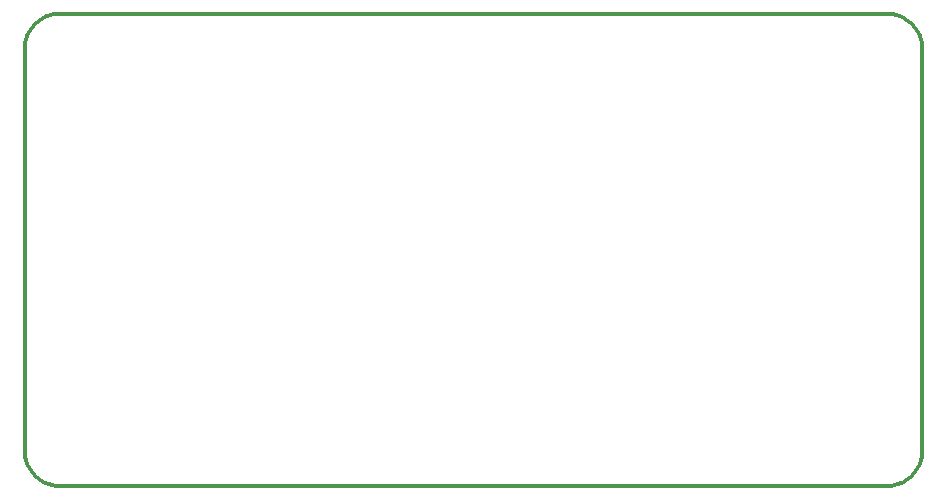
<source format=gm1>
G04 #@! TF.GenerationSoftware,KiCad,Pcbnew,6.0.2+dfsg-1*
G04 #@! TF.CreationDate,2023-06-09T11:08:57-07:00*
G04 #@! TF.ProjectId,DNS-DriveBy,444e532d-4472-4697-9665-42792e6b6963,rev?*
G04 #@! TF.SameCoordinates,Original*
G04 #@! TF.FileFunction,Profile,NP*
%FSLAX46Y46*%
G04 Gerber Fmt 4.6, Leading zero omitted, Abs format (unit mm)*
G04 Created by KiCad (PCBNEW 6.0.2+dfsg-1) date 2023-06-09 11:08:57*
%MOMM*%
%LPD*%
G01*
G04 APERTURE LIST*
G04 #@! TA.AperFunction,Profile*
%ADD10C,0.349999*%
G04 #@! TD*
G04 APERTURE END LIST*
D10*
X2095598Y-1264035D02*
X2219729Y-1185584D01*
X73759987Y-40760002D02*
X73759987Y-40760002D01*
X74491241Y-850477D02*
X74632496Y-889676D01*
X76171316Y-39544818D02*
X76080595Y-39661274D01*
X3028747Y-40669525D02*
X2887493Y-40630327D01*
X763685Y-3611239D02*
X774678Y-3463487D01*
X76406568Y-2347328D02*
X76472342Y-2478150D01*
X76701810Y-38348005D02*
X76669510Y-38491252D01*
X3759998Y-760000D02*
X3759998Y-760000D01*
X1348672Y-39544818D02*
X1264034Y-39424401D01*
X75424392Y-1264035D02*
X75544808Y-1348673D01*
X792875Y-38203010D02*
X774678Y-38056514D01*
X74771511Y-40584331D02*
X74632496Y-40630327D01*
X73908749Y-40756315D02*
X73759987Y-40760002D01*
X2611949Y-40531641D02*
X2478150Y-40472357D01*
X76255953Y-2095598D02*
X76334404Y-2219729D01*
X1439393Y-39661274D02*
X1348672Y-39544818D01*
X74202998Y-792877D02*
X74347994Y-818177D01*
X75881310Y-1638680D02*
X75881310Y-1638680D01*
X74908041Y-988362D02*
X75041840Y-1047645D01*
X75983892Y-1746477D02*
X76080595Y-1858726D01*
X1638679Y-39881321D02*
X1536096Y-39773523D01*
X759998Y-3760000D02*
X763685Y-3611239D01*
X75661263Y-40080608D02*
X75544808Y-40171329D01*
X75881310Y-39881321D02*
X75881310Y-39881321D01*
X76727110Y-38203010D02*
X76701810Y-38348005D01*
X73759987Y-760000D02*
X73908749Y-763687D01*
X3316989Y-792877D02*
X3463485Y-774680D01*
X792875Y-3316990D02*
X818175Y-3171996D01*
X759998Y-37760002D02*
X759998Y-3760000D01*
X3171994Y-40701825D02*
X3028747Y-40669525D01*
X74056502Y-40745322D02*
X73908749Y-40756315D01*
X1638679Y-39881321D02*
X1638679Y-39881321D01*
X935669Y-2748479D02*
X988360Y-2611949D01*
X76630311Y-38632505D02*
X76584316Y-38771520D01*
X76745307Y-38056514D02*
X76727110Y-38203010D01*
X76584316Y-2748479D02*
X76630311Y-2887494D01*
X75300261Y-1185584D02*
X75424392Y-1264035D01*
X74632496Y-40630327D02*
X74491241Y-40669525D01*
X1113418Y-39172671D02*
X1047643Y-39041849D01*
X774678Y-3463487D02*
X792875Y-3316990D01*
X1638679Y-1638680D02*
X1746477Y-1536096D01*
X76584316Y-38771520D02*
X76531626Y-38908050D01*
X76701810Y-3171996D02*
X76727110Y-3316990D01*
X75773513Y-39983904D02*
X75661263Y-40080608D01*
X76080595Y-1858726D02*
X76171316Y-1975182D01*
X76531626Y-38908050D02*
X76472342Y-39041849D01*
X75773513Y-1536096D02*
X75881310Y-1638680D01*
X1975182Y-1348673D02*
X2095598Y-1264035D01*
X2478150Y-1047645D02*
X2611949Y-988362D01*
X1185582Y-39300270D02*
X1113418Y-39172671D01*
X1264034Y-2095598D02*
X1348672Y-1975182D01*
X76759987Y-37760002D02*
X76756300Y-37908763D01*
X76334404Y-39300270D02*
X76255953Y-39424401D01*
X75544808Y-40171329D02*
X75424392Y-40255966D01*
X889674Y-38632505D02*
X850475Y-38491252D01*
X74771511Y-935671D02*
X74908041Y-988362D01*
X75172662Y-40406582D02*
X75041840Y-40472357D01*
X2611949Y-988362D02*
X2748478Y-935671D01*
X76669510Y-3028748D02*
X76701810Y-3171996D01*
X3759998Y-40760002D02*
X3759998Y-40760002D01*
X889674Y-2887494D02*
X935669Y-2748479D01*
X3611237Y-763687D02*
X3759998Y-760000D01*
X850475Y-38491252D02*
X818175Y-38348005D01*
X2095598Y-40255966D02*
X1975182Y-40171329D01*
X75661263Y-1439394D02*
X75773513Y-1536096D01*
X74908041Y-40531641D02*
X74771511Y-40584331D01*
X74202998Y-40727125D02*
X74056502Y-40745322D01*
X74347994Y-40701825D02*
X74202998Y-40727125D01*
X2219729Y-40334418D02*
X2095598Y-40255966D01*
X76255953Y-39424401D02*
X76171316Y-39544818D01*
X76630311Y-2887494D02*
X76669510Y-3028748D01*
X818175Y-3171996D02*
X850475Y-3028748D01*
X2478150Y-40472357D02*
X2347328Y-40406582D01*
X2887493Y-40630327D02*
X2748478Y-40584331D01*
X1047643Y-39041849D02*
X988360Y-38908050D01*
X2347328Y-1113420D02*
X2478150Y-1047645D01*
X1439393Y-1858726D02*
X1536096Y-1746477D01*
X76759987Y-3760000D02*
X76759987Y-3760000D01*
X76080595Y-39661274D02*
X75983892Y-39773523D01*
X2887493Y-889676D02*
X3028747Y-850477D01*
X1185582Y-2219729D02*
X1264034Y-2095598D01*
X1858726Y-1439394D02*
X1975182Y-1348673D01*
X3171994Y-818177D02*
X3316989Y-792877D01*
X74491241Y-40669525D02*
X74347994Y-40701825D01*
X935669Y-38771520D02*
X889674Y-38632505D01*
X1113418Y-2347328D02*
X1185582Y-2219729D01*
X1047643Y-2478150D02*
X1113418Y-2347328D01*
X73759987Y-40760002D02*
X3759998Y-40760002D01*
X73908749Y-763687D02*
X74056502Y-774680D01*
X2748478Y-40584331D02*
X2611949Y-40531641D01*
X76406568Y-39172671D02*
X76334404Y-39300270D01*
X988360Y-2611949D02*
X1047643Y-2478150D01*
X1858726Y-40080608D02*
X1746477Y-39983904D01*
X76669510Y-38491252D02*
X76630311Y-38632505D01*
X73759987Y-760000D02*
X73759987Y-760000D01*
X2748478Y-935671D02*
X2887493Y-889676D01*
X75424392Y-40255966D02*
X75300261Y-40334418D01*
X74632496Y-889676D02*
X74771511Y-935671D01*
X2219729Y-1185584D02*
X2347328Y-1113420D01*
X988360Y-38908050D02*
X935669Y-38771520D01*
X2347328Y-40406582D02*
X2219729Y-40334418D01*
X76759987Y-37760002D02*
X76759987Y-37760002D01*
X1536096Y-1746477D02*
X1638679Y-1638680D01*
X3316989Y-40727125D02*
X3171994Y-40701825D01*
X3463485Y-774680D02*
X3611237Y-763687D01*
X76745307Y-3463487D02*
X76756300Y-3611239D01*
X75983892Y-39773523D02*
X75881310Y-39881321D01*
X76171316Y-1975182D02*
X76255953Y-2095598D01*
X76334404Y-2219729D02*
X76406568Y-2347328D01*
X774678Y-38056514D02*
X763685Y-37908763D01*
X3611237Y-40756315D02*
X3463485Y-40745322D01*
X1746477Y-1536096D02*
X1858726Y-1439394D01*
X1348672Y-1975182D02*
X1439393Y-1858726D01*
X763685Y-37908763D02*
X759998Y-37760002D01*
X1746477Y-39983904D02*
X1638679Y-39881321D01*
X1638679Y-1638680D02*
X1638679Y-1638680D01*
X74056502Y-774680D02*
X74202998Y-792877D01*
X1264034Y-39424401D02*
X1185582Y-39300270D01*
X76531626Y-2611949D02*
X76584316Y-2748479D01*
X759998Y-3760000D02*
X759998Y-3760000D01*
X3759998Y-40760002D02*
X3611237Y-40756315D01*
X850475Y-3028748D02*
X889674Y-2887494D01*
X1536096Y-39773523D02*
X1439393Y-39661274D01*
X76472342Y-2478150D02*
X76531626Y-2611949D01*
X75881310Y-39881321D02*
X75773513Y-39983904D01*
X75881310Y-1638680D02*
X75983892Y-1746477D01*
X1975182Y-40171329D02*
X1858726Y-40080608D01*
X76756300Y-3611239D02*
X76759987Y-3760000D01*
X75041840Y-1047645D02*
X75172662Y-1113420D01*
X75172662Y-1113420D02*
X75300261Y-1185584D01*
X74347994Y-818177D02*
X74491241Y-850477D01*
X76759987Y-3760000D02*
X76759987Y-37760002D01*
X76472342Y-39041849D02*
X76406568Y-39172671D01*
X76727110Y-3316990D02*
X76745307Y-3463487D01*
X3028747Y-850477D02*
X3171994Y-818177D01*
X75300261Y-40334418D02*
X75172662Y-40406582D01*
X75544808Y-1348673D02*
X75661263Y-1439394D01*
X76756300Y-37908763D02*
X76745307Y-38056514D01*
X818175Y-38348005D02*
X792875Y-38203010D01*
X75041840Y-40472357D02*
X74908041Y-40531641D01*
X3759998Y-760000D02*
X73759987Y-760000D01*
X3463485Y-40745322D02*
X3316989Y-40727125D01*
M02*

</source>
